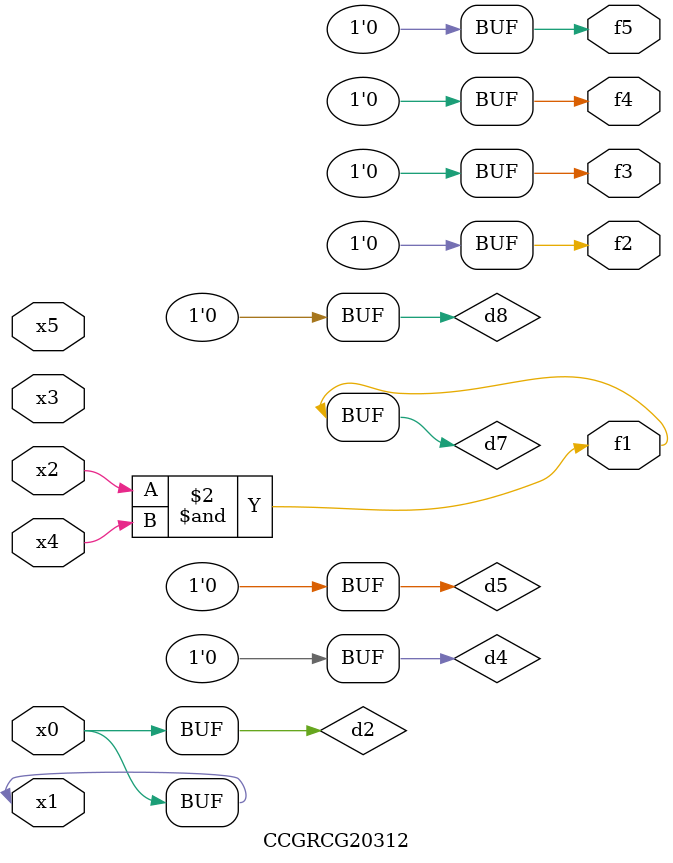
<source format=v>
module CCGRCG20312(
	input x0, x1, x2, x3, x4, x5,
	output f1, f2, f3, f4, f5
);

	wire d1, d2, d3, d4, d5, d6, d7, d8, d9;

	nand (d1, x1);
	buf (d2, x0, x1);
	nand (d3, x2, x4);
	and (d4, d1, d2);
	and (d5, d1, d2);
	nand (d6, d1, d3);
	not (d7, d3);
	xor (d8, d5);
	nor (d9, d5, d6);
	assign f1 = d7;
	assign f2 = d8;
	assign f3 = d8;
	assign f4 = d8;
	assign f5 = d8;
endmodule

</source>
